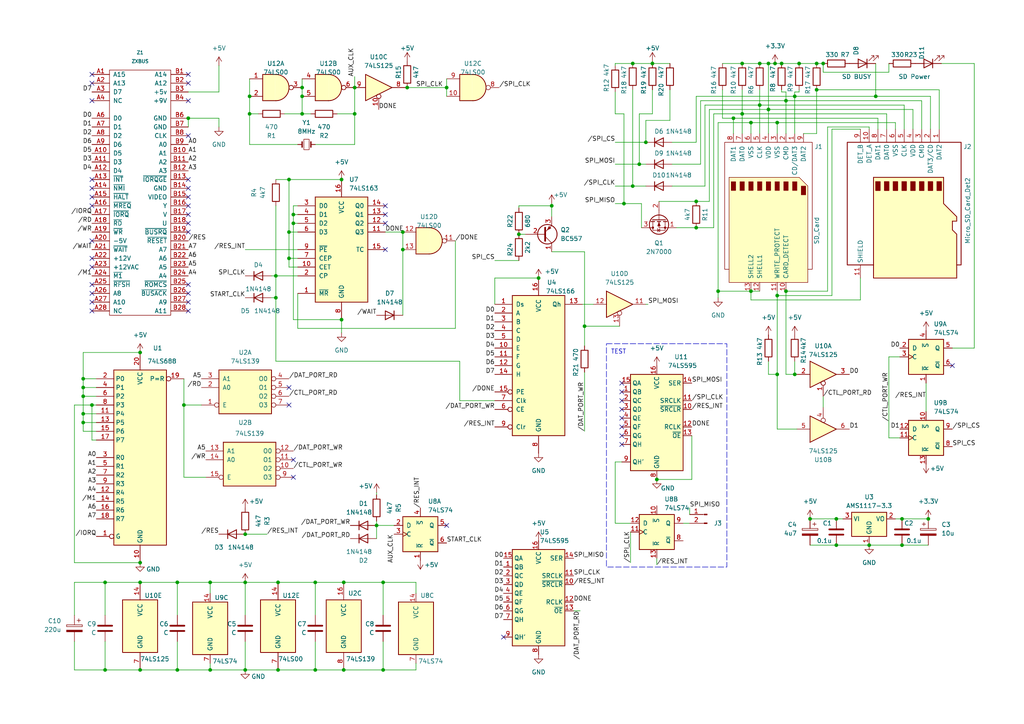
<source format=kicad_sch>
(kicad_sch (version 20230121) (generator eeschema)
  (paper "A4")
  (title_block (title "Hardware version of Z-Controller (SD Card)") (date "2024-08-21") (rev "0.2") (company "Mak7ym / 7FFD"))
  (junction (at 183.515 53.975))
  (junction (at 24.13 120.015))
  (junction (at 99.06 52.07))
  (junction (at 226.695 18.415))
  (junction (at 236.855 18.415))
  (junction (at 111.125 194.31))
  (junction (at 230.505 108.585))
  (junction (at 129.54 25.4))
  (junction (at 230.505 27.94))
  (junction (at 169.545 94.615))
  (junction (at 227.965 29.21))
  (junction (at 231.775 18.415))
  (junction (at 71.12 154.94))
  (junction (at 80.645 194.31))
  (junction (at 183.515 18.415))
  (junction (at 99.06 92.71))
  (junction (at 269.24 150.495))
  (junction (at 71.12 168.91))
  (junction (at 156.21 80.645))
  (junction (at 222.885 31.75))
  (junction (at 238.76 18.415))
  (junction (at 242.57 150.495))
  (junction (at 187.325 41.275))
  (junction (at 80.01 80.01))
  (junction (at 180.975 59.055))
  (junction (at 51.435 168.91))
  (junction (at 225.425 108.585))
  (junction (at 215.265 18.415))
  (junction (at 51.435 194.31))
  (junction (at 24.13 112.395))
  (junction (at 220.345 18.415))
  (junction (at 234.95 150.495))
  (junction (at 217.805 35.56))
  (junction (at 30.48 194.31))
  (junction (at 111.125 168.91))
  (junction (at 116.84 72.39))
  (junction (at 71.12 194.31))
  (junction (at 189.23 18.415))
  (junction (at 236.855 26.035))
  (junction (at 40.64 194.31))
  (junction (at 261.62 150.495))
  (junction (at 83.82 74.93))
  (junction (at 91.44 194.31))
  (junction (at 201.93 66.04))
  (junction (at 160.02 59.69))
  (junction (at 99.695 168.91))
  (junction (at 242.57 158.115))
  (junction (at 261.62 158.115))
  (junction (at 222.885 18.415))
  (junction (at 102.87 25.4))
  (junction (at 80.645 168.91))
  (junction (at 225.425 85.725))
  (junction (at 85.09 62.23))
  (junction (at 116.84 67.31))
  (junction (at 150.495 67.945))
  (junction (at 53.34 117.475))
  (junction (at 99.695 194.31))
  (junction (at 85.09 64.77))
  (junction (at 252.095 158.115))
  (junction (at 24.13 109.855))
  (junction (at 227.965 84.455))
  (junction (at 225.425 35.56))
  (junction (at 40.64 163.195))
  (junction (at 83.82 67.31))
  (junction (at 60.96 194.31))
  (junction (at 220.345 30.48))
  (junction (at 40.64 102.235))
  (junction (at 87.63 27.94))
  (junction (at 212.725 34.29))
  (junction (at 109.22 152.4))
  (junction (at 87.63 25.4))
  (junction (at 118.11 25.4))
  (junction (at 72.39 27.94))
  (junction (at 190.5 139.065))
  (junction (at 83.82 52.07))
  (junction (at 208.28 84.455))
  (junction (at 40.64 168.91))
  (junction (at 72.39 33.02))
  (junction (at 24.13 122.555))
  (junction (at 224.79 18.415))
  (junction (at 87.63 33.02))
  (junction (at 201.93 58.42))
  (junction (at 215.265 33.02))
  (junction (at 91.44 168.91))
  (junction (at 26.67 117.475))
  (junction (at 60.96 168.91))
  (junction (at 24.13 114.935))
  (junction (at 254 27.94))
  (junction (at 185.42 47.625))
  (junction (at 102.87 33.02))
  (junction (at 80.01 86.36))
  (junction (at 54.61 34.29))
  (junction (at 217.805 84.455))
  (junction (at 30.48 168.91))
  (no_connect (at 85.09 138.43))
  (no_connect (at 54.61 54.61))
  (no_connect (at 180.34 126.365))
  (no_connect (at 54.61 62.23))
  (no_connect (at 54.61 21.59))
  (no_connect (at 26.67 74.93))
  (no_connect (at 54.61 64.77))
  (no_connect (at 180.34 116.205))
  (no_connect (at 276.225 106.045))
  (no_connect (at 54.61 57.15))
  (no_connect (at 180.34 128.905))
  (no_connect (at 85.09 133.35))
  (no_connect (at 111.76 64.77))
  (no_connect (at 54.61 59.69))
  (no_connect (at 26.67 77.47))
  (no_connect (at 180.34 123.825))
  (no_connect (at 54.61 87.63))
  (no_connect (at 26.67 85.09))
  (no_connect (at 26.67 82.55))
  (no_connect (at 26.67 24.13))
  (no_connect (at 146.05 184.785))
  (no_connect (at 111.76 72.39))
  (no_connect (at 26.67 59.69))
  (no_connect (at 54.61 39.37))
  (no_connect (at 180.34 121.285))
  (no_connect (at 54.61 52.07))
  (no_connect (at 26.67 90.17))
  (no_connect (at 26.67 29.21))
  (no_connect (at 54.61 29.21))
  (no_connect (at 180.34 111.125))
  (no_connect (at 26.67 69.85))
  (no_connect (at 26.67 21.59))
  (no_connect (at 54.61 90.17))
  (no_connect (at 54.61 85.09))
  (no_connect (at 111.76 62.23))
  (no_connect (at 54.61 82.55))
  (no_connect (at 83.82 112.395))
  (no_connect (at 26.67 57.15))
  (no_connect (at 111.76 59.69))
  (no_connect (at 54.61 24.13))
  (no_connect (at 26.67 87.63))
  (no_connect (at 129.54 152.4))
  (no_connect (at 54.61 67.31))
  (no_connect (at 180.34 113.665))
  (no_connect (at 26.67 54.61))
  (no_connect (at 26.67 52.07))
  (no_connect (at 83.82 117.475))
  (no_connect (at 180.34 118.745))
  (wire (pts (xy 120.65 194.31) (xy 111.125 194.31)))
  (wire (pts (xy 169.545 107.95) (xy 169.545 125.095)))
  (wire (pts (xy 63.5 19.05) (xy 63.5 26.67)))
  (wire (pts (xy 208.28 84.455) (xy 208.28 35.56)))
  (wire (pts (xy 226.695 18.415) (xy 231.775 18.415)))
  (wire (pts (xy 60.96 194.31) (xy 71.12 194.31)))
  (wire (pts (xy 178.435 19.05) (xy 178.435 18.415)))
  (wire (pts (xy 80.645 194.31) (xy 91.44 194.31)))
  (wire (pts (xy 198.12 151.765) (xy 200.025 151.765)))
  (wire (pts (xy 207.01 33.02) (xy 215.265 33.02)))
  (wire (pts (xy 225.425 85.725) (xy 225.425 108.585)))
  (wire (pts (xy 53.34 117.475) (xy 58.42 117.475)))
  (wire (pts (xy 204.47 30.48) (xy 220.345 30.48)))
  (wire (pts (xy 217.805 84.455) (xy 220.345 84.455)))
  (wire (pts (xy 80.645 168.91) (xy 91.44 168.91)))
  (wire (pts (xy 230.505 27.94) (xy 230.505 38.735)))
  (wire (pts (xy 254.635 34.29) (xy 212.725 34.29)))
  (wire (pts (xy 150.495 59.69) (xy 160.02 59.69)))
  (wire (pts (xy 102.87 25.4) (xy 102.87 33.02)))
  (wire (pts (xy 86.36 59.69) (xy 85.09 59.69)))
  (wire (pts (xy 129.54 22.86) (xy 129.54 25.4)))
  (wire (pts (xy 201.93 58.42) (xy 205.74 58.42)))
  (wire (pts (xy 200.66 139.065) (xy 190.5 139.065)))
  (wire (pts (xy 102.87 25.4) (xy 102.235 25.4)))
  (wire (pts (xy 111.125 186.055) (xy 111.125 194.31)))
  (wire (pts (xy 187.96 88.265) (xy 187.325 88.265)))
  (wire (pts (xy 222.885 18.415) (xy 224.79 18.415)))
  (wire (pts (xy 71.12 168.91) (xy 80.645 168.91)))
  (wire (pts (xy 261.62 150.495) (xy 269.24 150.495)))
  (wire (pts (xy 185.42 47.625) (xy 187.325 47.625)))
  (wire (pts (xy 99.06 92.71) (xy 99.06 96.52)))
  (wire (pts (xy 282.575 18.415) (xy 282.575 100.965)))
  (wire (pts (xy 54.61 34.29) (xy 54.61 36.83)))
  (wire (pts (xy 178.435 47.625) (xy 185.42 47.625)))
  (wire (pts (xy 236.855 18.415) (xy 238.76 18.415)))
  (wire (pts (xy 241.3 85.725) (xy 225.425 85.725)))
  (wire (pts (xy 215.265 33.02) (xy 257.175 33.02)))
  (wire (pts (xy 238.76 118.11) (xy 238.76 114.935)))
  (wire (pts (xy 252.095 37.465) (xy 252.095 36.83)))
  (wire (pts (xy 209.55 26.035) (xy 209.55 34.29)))
  (wire (pts (xy 220.345 26.035) (xy 220.345 30.48)))
  (wire (pts (xy 116.84 67.31) (xy 116.84 72.39)))
  (wire (pts (xy 169.545 73.025) (xy 169.545 94.615)))
  (wire (pts (xy 78.74 80.01) (xy 80.01 80.01)))
  (wire (pts (xy 27.94 114.935) (xy 24.13 114.935)))
  (wire (pts (xy 59.69 138.43) (xy 53.34 138.43)))
  (wire (pts (xy 227.965 84.455) (xy 240.03 84.455)))
  (wire (pts (xy 129.54 25.4) (xy 129.54 27.94)))
  (wire (pts (xy 53.34 117.475) (xy 53.34 138.43)))
  (wire (pts (xy 111.76 67.31) (xy 116.84 67.31)))
  (wire (pts (xy 257.81 127) (xy 260.985 127)))
  (wire (pts (xy 99.06 92.71) (xy 85.09 92.71)))
  (wire (pts (xy 180.34 133.985) (xy 178.435 133.985)))
  (wire (pts (xy 208.28 35.56) (xy 217.805 35.56)))
  (wire (pts (xy 201.93 41.275) (xy 201.93 27.94)))
  (wire (pts (xy 71.12 194.31) (xy 80.645 194.31)))
  (wire (pts (xy 27.94 109.855) (xy 24.13 109.855)))
  (wire (pts (xy 257.175 33.02) (xy 257.175 37.465)))
  (wire (pts (xy 236.855 26.035) (xy 272.415 26.035)))
  (wire (pts (xy 21.59 168.91) (xy 30.48 168.91)))
  (wire (pts (xy 63.5 26.67) (xy 54.61 26.67)))
  (wire (pts (xy 225.425 35.56) (xy 217.805 35.56)))
  (wire (pts (xy 80.01 52.07) (xy 83.82 52.07)))
  (wire (pts (xy 72.39 22.86) (xy 72.39 27.94)))
  (wire (pts (xy 178.435 53.975) (xy 183.515 53.975)))
  (wire (pts (xy 257.81 103.505) (xy 260.985 103.505)))
  (wire (pts (xy 120.65 172.085) (xy 120.65 168.91)))
  (wire (pts (xy 264.795 37.465) (xy 264.795 31.75)))
  (wire (pts (xy 261.62 158.115) (xy 269.24 158.115)))
  (wire (pts (xy 187.325 34.925) (xy 187.325 41.275)))
  (wire (pts (xy 230.505 27.94) (xy 254 27.94)))
  (wire (pts (xy 185.42 33.02) (xy 185.42 47.625)))
  (wire (pts (xy 86.36 64.77) (xy 85.09 64.77)))
  (wire (pts (xy 203.2 29.21) (xy 227.965 29.21)))
  (wire (pts (xy 160.02 59.69) (xy 160.02 59.055)))
  (wire (pts (xy 204.47 53.975) (xy 204.47 30.48)))
  (wire (pts (xy 236.855 38.735) (xy 236.855 26.035)))
  (wire (pts (xy 71.12 168.91) (xy 71.12 178.435)))
  (wire (pts (xy 194.31 34.925) (xy 187.325 34.925)))
  (wire (pts (xy 264.795 31.75) (xy 222.885 31.75)))
  (wire (pts (xy 178.435 18.415) (xy 183.515 18.415)))
  (wire (pts (xy 231.775 26.67) (xy 230.505 26.67)))
  (wire (pts (xy 178.435 133.985) (xy 178.435 151.765)))
  (wire (pts (xy 241.3 37.465) (xy 241.3 85.725)))
  (wire (pts (xy 217.805 86.995) (xy 217.805 84.455)))
  (wire (pts (xy 231.775 18.415) (xy 236.855 18.415)))
  (wire (pts (xy 24.13 122.555) (xy 24.13 120.015)))
  (wire (pts (xy 222.885 31.75) (xy 222.885 38.735)))
  (wire (pts (xy 91.44 186.055) (xy 91.44 194.31)))
  (wire (pts (xy 60.96 168.91) (xy 71.12 168.91)))
  (wire (pts (xy 21.59 117.475) (xy 26.67 117.475)))
  (wire (pts (xy 83.82 52.07) (xy 99.06 52.07)))
  (wire (pts (xy 215.265 33.02) (xy 215.265 38.735)))
  (wire (pts (xy 257.81 18.415) (xy 257.81 20.955)))
  (wire (pts (xy 220.345 18.415) (xy 222.885 18.415)))
  (wire (pts (xy 111.125 178.435) (xy 111.125 168.91)))
  (wire (pts (xy 85.09 59.69) (xy 85.09 62.23)))
  (wire (pts (xy 189.23 33.02) (xy 185.42 33.02)))
  (wire (pts (xy 257.81 20.955) (xy 238.76 20.955)))
  (wire (pts (xy 132.08 69.85) (xy 132.08 95.25)))
  (wire (pts (xy 168.91 88.265) (xy 172.085 88.265)))
  (wire (pts (xy 183.515 26.035) (xy 183.515 53.975)))
  (wire (pts (xy 86.36 77.47) (xy 83.82 77.47)))
  (wire (pts (xy 215.265 26.035) (xy 215.265 33.02)))
  (wire (pts (xy 194.31 26.035) (xy 194.31 34.925)))
  (wire (pts (xy 30.48 168.91) (xy 30.48 178.435)))
  (wire (pts (xy 230.505 104.775) (xy 230.505 108.585)))
  (wire (pts (xy 190.5 161.925) (xy 190.5 163.83)))
  (wire (pts (xy 212.725 34.29) (xy 212.725 38.735)))
  (wire (pts (xy 224.79 18.415) (xy 226.695 18.415)))
  (wire (pts (xy 71.12 154.94) (xy 77.47 154.94)))
  (wire (pts (xy 200.66 126.365) (xy 200.66 139.065)))
  (wire (pts (xy 227.965 108.585) (xy 230.505 108.585)))
  (wire (pts (xy 234.95 158.115) (xy 242.57 158.115)))
  (wire (pts (xy 189.23 17.78) (xy 189.23 18.415)))
  (wire (pts (xy 242.57 158.115) (xy 252.095 158.115)))
  (wire (pts (xy 183.515 53.975) (xy 187.325 53.975)))
  (wire (pts (xy 143.51 75.565) (xy 150.495 75.565)))
  (wire (pts (xy 21.59 186.055) (xy 21.59 194.31)))
  (wire (pts (xy 40.64 194.31) (xy 51.435 194.31)))
  (wire (pts (xy 21.59 178.435) (xy 21.59 168.91)))
  (wire (pts (xy 178.435 59.055) (xy 180.975 59.055)))
  (wire (pts (xy 207.01 66.04) (xy 207.01 33.02)))
  (wire (pts (xy 83.82 52.07) (xy 83.82 67.31)))
  (wire (pts (xy 91.44 168.91) (xy 99.695 168.91)))
  (wire (pts (xy 87.63 22.86) (xy 87.63 25.4)))
  (wire (pts (xy 30.48 168.91) (xy 40.64 168.91)))
  (wire (pts (xy 194.945 47.625) (xy 203.2 47.625)))
  (wire (pts (xy 83.82 74.93) (xy 86.36 74.93)))
  (wire (pts (xy 227.965 26.67) (xy 227.965 29.21)))
  (wire (pts (xy 117.475 25.4) (xy 118.11 25.4)))
  (wire (pts (xy 259.715 150.495) (xy 261.62 150.495)))
  (wire (pts (xy 24.13 102.235) (xy 24.13 109.855)))
  (wire (pts (xy 220.345 30.48) (xy 220.345 38.735)))
  (wire (pts (xy 225.425 84.455) (xy 225.425 85.725)))
  (wire (pts (xy 178.435 151.765) (xy 182.88 151.765)))
  (wire (pts (xy 80.01 59.69) (xy 80.01 80.01)))
  (wire (pts (xy 91.44 194.31) (xy 99.695 194.31)))
  (wire (pts (xy 86.36 41.91) (xy 72.39 41.91)))
  (wire (pts (xy 254.635 37.465) (xy 254.635 34.29)))
  (wire (pts (xy 40.64 168.91) (xy 51.435 168.91)))
  (wire (pts (xy 178.435 33.02) (xy 180.975 33.02)))
  (wire (pts (xy 63.5 34.29) (xy 54.61 34.29)))
  (wire (pts (xy 30.48 194.31) (xy 40.64 194.31)))
  (wire (pts (xy 26.67 127.635) (xy 27.94 127.635)))
  (wire (pts (xy 203.2 47.625) (xy 203.2 29.21)))
  (wire (pts (xy 267.335 37.465) (xy 267.335 29.21)))
  (wire (pts (xy 102.87 33.02) (xy 97.79 33.02)))
  (wire (pts (xy 120.65 168.91) (xy 111.125 168.91)))
  (wire (pts (xy 259.715 35.56) (xy 225.425 35.56)))
  (wire (pts (xy 51.435 186.055) (xy 51.435 194.31)))
  (wire (pts (xy 133.35 116.205) (xy 133.35 104.775)))
  (wire (pts (xy 234.95 150.495) (xy 242.57 150.495)))
  (wire (pts (xy 169.545 100.33) (xy 169.545 94.615)))
  (wire (pts (xy 143.51 80.645) (xy 156.21 80.645)))
  (wire (pts (xy 51.435 194.31) (xy 60.96 194.31)))
  (wire (pts (xy 273.05 18.415) (xy 282.575 18.415)))
  (wire (pts (xy 209.55 18.415) (xy 215.265 18.415)))
  (wire (pts (xy 30.48 186.055) (xy 30.48 194.31)))
  (wire (pts (xy 109.22 142.875) (xy 109.22 143.51)))
  (wire (pts (xy 27.94 112.395) (xy 24.13 112.395)))
  (wire (pts (xy 109.22 152.4) (xy 114.3 152.4)))
  (wire (pts (xy 242.57 150.495) (xy 244.475 150.495)))
  (wire (pts (xy 225.425 38.735) (xy 225.425 35.56)))
  (wire (pts (xy 27.94 125.095) (xy 24.13 125.095)))
  (wire (pts (xy 233.045 38.735) (xy 236.855 38.735)))
  (wire (pts (xy 118.11 25.4) (xy 129.54 25.4)))
  (wire (pts (xy 196.215 66.04) (xy 201.93 66.04)))
  (wire (pts (xy 83.82 74.93) (xy 83.82 67.31)))
  (wire (pts (xy 63.5 36.83) (xy 63.5 34.29)))
  (wire (pts (xy 225.425 124.46) (xy 231.14 124.46)))
  (wire (pts (xy 72.39 33.02) (xy 74.93 33.02)))
  (wire (pts (xy 143.51 116.205) (xy 133.35 116.205)))
  (wire (pts (xy 102.87 41.91) (xy 102.87 33.02)))
  (wire (pts (xy 85.09 92.71) (xy 85.09 64.77)))
  (wire (pts (xy 109.22 152.4) (xy 109.22 156.21)))
  (wire (pts (xy 72.39 27.94) (xy 72.39 33.02)))
  (wire (pts (xy 160.02 59.69) (xy 160.02 62.865)))
  (wire (pts (xy 72.39 41.91) (xy 72.39 33.02)))
  (wire (pts (xy 200.025 147.32) (xy 200.025 149.225)))
  (wire (pts (xy 238.76 18.415) (xy 238.76 20.955)))
  (wire (pts (xy 78.74 86.36) (xy 80.01 86.36)))
  (wire (pts (xy 231.775 26.035) (xy 231.775 26.67)))
  (wire (pts (xy 85.09 64.77) (xy 85.09 62.23)))
  (wire (pts (xy 282.575 100.965) (xy 276.225 100.965)))
  (wire (pts (xy 80.01 104.775) (xy 80.01 86.36)))
  (wire (pts (xy 257.81 103.505) (xy 257.81 127)))
  (wire (pts (xy 252.095 36.83) (xy 240.03 36.83)))
  (wire (pts (xy 24.13 125.095) (xy 24.13 122.555)))
  (wire (pts (xy 209.55 34.29) (xy 212.725 34.29)))
  (wire (pts (xy 194.945 41.275) (xy 201.93 41.275)))
  (wire (pts (xy 83.82 77.47) (xy 83.82 74.93)))
  (wire (pts (xy 87.63 25.4) (xy 87.63 27.94)))
  (wire (pts (xy 111.125 168.91) (xy 99.695 168.91)))
  (wire (pts (xy 91.44 168.91) (xy 91.44 178.435)))
  (wire (pts (xy 150.495 60.325) (xy 150.495 59.69)))
  (wire (pts (xy 205.74 58.42) (xy 205.74 31.75)))
  (wire (pts (xy 51.435 168.91) (xy 60.96 168.91)))
  (wire (pts (xy 226.695 26.67) (xy 227.965 26.67)))
  (wire (pts (xy 240.03 36.83) (xy 240.03 84.455)))
  (wire (pts (xy 180.975 59.055) (xy 186.055 59.055)))
  (wire (pts (xy 259.715 37.465) (xy 259.715 35.56)))
  (wire (pts (xy 51.435 168.91) (xy 51.435 178.435)))
  (wire (pts (xy 215.265 18.415) (xy 220.345 18.415)))
  (wire (pts (xy 230.505 26.67) (xy 230.505 27.94)))
  (wire (pts (xy 254 27.94) (xy 269.875 27.94)))
  (wire (pts (xy 180.975 33.02) (xy 180.975 59.055)))
  (wire (pts (xy 201.93 66.04) (xy 207.01 66.04)))
  (wire (pts (xy 169.545 94.615) (xy 179.705 94.615)))
  (wire (pts (xy 24.13 120.015) (xy 27.94 120.015)))
  (wire (pts (xy 262.255 37.465) (xy 262.255 30.48)))
  (wire (pts (xy 40.64 102.235) (xy 24.13 102.235)))
  (wire (pts (xy 109.22 151.13) (xy 109.22 152.4)))
  (wire (pts (xy 183.515 18.415) (xy 189.23 18.415)))
  (wire (pts (xy 191.135 58.42) (xy 201.93 58.42)))
  (wire (pts (xy 249.555 37.465) (xy 241.3 37.465)))
  (wire (pts (xy 230.505 108.585) (xy 231.14 108.585)))
  (wire (pts (xy 208.28 84.455) (xy 217.805 84.455)))
  (wire (pts (xy 24.13 112.395) (xy 24.13 114.935)))
  (wire (pts (xy 71.12 72.39) (xy 86.36 72.39)))
  (wire (pts (xy 53.34 109.855) (xy 53.34 117.475)))
  (wire (pts (xy 24.13 122.555) (xy 27.94 122.555)))
  (wire (pts (xy 186.055 59.055) (xy 186.055 66.04)))
  (wire (pts (xy 91.44 41.91) (xy 102.87 41.91)))
  (wire (pts (xy 178.435 41.275) (xy 187.325 41.275)))
  (wire (pts (xy 222.885 18.415) (xy 222.885 31.75)))
  (wire (pts (xy 24.13 114.935) (xy 24.13 120.015)))
  (wire (pts (xy 116.84 91.44) (xy 116.84 72.39)))
  (wire (pts (xy 60.96 172.085) (xy 60.96 168.91)))
  (wire (pts (xy 249.555 86.995) (xy 217.805 86.995)))
  (wire (pts (xy 217.805 35.56) (xy 217.805 38.735)))
  (wire (pts (xy 102.87 22.225) (xy 102.87 25.4)))
  (wire (pts (xy 26.67 117.475) (xy 26.67 127.635)))
  (wire (pts (xy 87.63 33.02) (xy 90.17 33.02)))
  (wire (pts (xy 87.63 27.94) (xy 87.63 33.02)))
  (wire (pts (xy 80.01 86.36) (xy 80.01 80.01)))
  (wire (pts (xy 189.23 26.035) (xy 189.23 33.02)))
  (wire (pts (xy 194.945 53.975) (xy 204.47 53.975)))
  (wire (pts (xy 24.13 109.855) (xy 24.13 112.395)))
  (wire (pts (xy 262.255 30.48) (xy 220.345 30.48)))
  (wire (pts (xy 27.94 117.475) (xy 26.67 117.475)))
  (wire (pts (xy 80.01 80.01) (xy 86.36 80.01)))
  (wire (pts (xy 208.28 86.36) (xy 208.28 84.455)))
  (wire (pts (xy 272.415 26.035) (xy 272.415 37.465)))
  (wire (pts (xy 225.425 108.585) (xy 225.425 124.46)))
  (wire (pts (xy 226.695 26.035) (xy 226.695 26.67)))
  (wire (pts (xy 160.02 73.025) (xy 169.545 73.025)))
  (wire (pts (xy 132.08 95.25) (xy 86.36 95.25)))
  (wire (pts (xy 111.125 194.31) (xy 99.695 194.31)))
  (wire (pts (xy 168.275 177.165) (xy 166.37 177.165)))
  (wire (pts (xy 222.885 108.585) (xy 222.885 104.775)))
  (wire (pts (xy 60.96 192.405) (xy 60.96 194.31)))
  (wire (pts (xy 201.93 27.94) (xy 230.505 27.94)))
  (wire (pts (xy 249.555 80.645) (xy 249.555 86.995)))
  (wire (pts (xy 85.09 62.23) (xy 86.36 62.23)))
  (wire (pts (xy 267.335 29.21) (xy 227.965 29.21)))
  (wire (pts (xy 86.36 67.31) (xy 83.82 67.31)))
  (wire (pts (xy 189.23 18.415) (xy 194.31 18.415)))
  (wire (pts (xy 222.885 108.585) (xy 225.425 108.585)))
  (wire (pts (xy 205.74 31.75) (xy 222.885 31.75)))
  (wire (pts (xy 252.095 158.115) (xy 261.62 158.115)))
  (wire (pts (xy 269.875 27.94) (xy 269.875 37.465)))
  (wire (pts (xy 71.12 186.055) (xy 71.12 194.31)))
  (wire (pts (xy 227.965 29.21) (xy 227.965 38.735)))
  (wire (pts (xy 82.55 33.02) (xy 87.63 33.02)))
  (wire (pts (xy 21.59 194.31) (xy 30.48 194.31)))
  (wire (pts (xy 21.59 163.195) (xy 21.59 117.475)))
  (wire (pts (xy 150.495 67.945) (xy 152.4 67.945)))
  (wire (pts (xy 133.35 104.775) (xy 80.01 104.775)))
  (wire (pts (xy 182.88 154.305) (xy 182.88 163.195)))
  (wire (pts (xy 86.36 95.25) (xy 86.36 85.09)))
  (wire (pts (xy 143.51 88.265) (xy 143.51 80.645)))
  (wire (pts (xy 40.64 163.195) (xy 21.59 163.195)))
  (wire (pts (xy 254 18.415) (xy 254 27.94)))
  (wire (pts (xy 178.435 26.67) (xy 178.435 33.02)))
  (wire (pts (xy 227.965 84.455) (xy 227.965 108.585)))
  (wire (pts (xy 120.65 192.405) (xy 120.65 194.31)))
  (wire (pts (xy 268.605 111.125) (xy 268.605 119.38)))
  (rectangle (start 175.895 99.695) (end 210.82 164.465) (stroke (width 0) (type dash)))
  (text "TEST" (at 177.165 102.87 0) (effects (font (size 1.27 1.27)) (justify left bottom)))
  (label "{slash}DAT_PORT_RD" (at 83.82 109.855 0))
  (label "SPI_MISO" (at 166.37 161.925 0))
  (label "SPI_MOSI" (at 187.96 88.265 0))
  (label "D0" (at 260.985 100.965 180))
  (label "SPI_CS" (at 276.225 129.54 0))
  (label "A5" (at 54.61 77.47 0))
  (label "SPI_MISO" (at 178.435 59.055 180))
  (label "D4" (at 26.67 49.53 180))
  (label "{slash}RES_INT" (at 166.37 169.545 0))
  (label "D4" (at 146.05 172.085 180))
  (label "{slash}RES_INT" (at 71.12 72.39 180))
  (label "D1" (at 146.05 164.465 180))
  (label "{slash}IORQ" (at 26.67 62.23 180))
  (label "D7" (at 26.67 26.67 180))
  (label "A5" (at 58.42 109.855 180))
  (label "A1" (at 27.94 135.255 180))
  (label "D1" (at 26.67 36.83 180))
  (label "{slash}DAT_PORT_RD" (at 168.275 177.165 270))
  (label "{slash}RES_INT" (at 200.66 118.745 0))
  (label "D4" (at 143.51 100.965 180))
  (label "D2" (at 143.51 95.885 180))
  (label "D0" (at 26.67 34.29 180))
  (label "{slash}M1" (at 27.94 145.415 180))
  (label "DONE" (at 111.76 67.31 0))
  (label "{slash}RES" (at 63.5 154.94 180))
  (label "A3" (at 27.94 140.335 180))
  (label "A0" (at 27.94 132.715 180))
  (label "D0" (at 143.51 90.805 180))
  (label "D7" (at 143.51 108.585 180))
  (label "{slash}RES_INT" (at 143.51 123.825 180))
  (label "D6" (at 143.51 106.045 180))
  (label "D2" (at 26.67 39.37 180))
  (label "{slash}DAT_PORT_WR" (at 143.51 118.745 180))
  (label "{slash}WAIT" (at 109.22 91.44 180))
  (label "{slash}WR" (at 59.69 133.35 180))
  (label "D1" (at 260.985 124.46 180))
  (label "{slash}DAT_PORT_RD" (at 101.6 156.21 180))
  (label "{slash}DONE" (at 132.08 69.85 0))
  (label "D1" (at 143.51 93.345 180))
  (label "{slash}RES_INT" (at 121.92 147.32 90))
  (label "{slash}RES_INT" (at 268.605 115.57 180))
  (label "DONE" (at 200.66 123.825 0))
  (label "SPI_MOSI" (at 200.66 111.125 0))
  (label "A6" (at 27.94 147.955 180))
  (label "D0" (at 246.38 108.585 0))
  (label "{slash}DONE" (at 143.51 113.665 180))
  (label "D6" (at 146.05 177.165 180))
  (label "D3" (at 146.05 169.545 180))
  (label "A7" (at 54.61 72.39 0))
  (label "{slash}WR" (at 26.67 67.31 180))
  (label "D5" (at 26.67 44.45 180))
  (label "{slash}CTL_PORT_RD" (at 238.76 114.935 0))
  (label "{slash}SPI_CS" (at 178.435 41.275 180))
  (label "{slash}CTL_PORT_WR" (at 85.09 135.89 0))
  (label "{slash}IORQ" (at 27.94 155.575 180))
  (label "SPI_CLK" (at 166.37 167.005 0))
  (label "{slash}CTL_PORT_RD" (at 83.82 114.935 0))
  (label "D6" (at 26.67 41.91 180))
  (label "D2" (at 146.05 167.005 180))
  (label "A0" (at 54.61 41.91 0))
  (label "{slash}RD" (at 26.67 64.77 180))
  (label "A6" (at 54.61 74.93 0))
  (label "AUX_CLK" (at 114.3 154.94 270))
  (label "A5" (at 59.69 130.81 180))
  (label "DONE" (at 166.37 174.625 0))
  (label "{slash}SPI_CS" (at 276.225 124.46 0))
  (label "D3" (at 26.67 46.99 180))
  (label "{slash}M1" (at 26.67 80.01 180))
  (label "A3" (at 54.61 49.53 0))
  (label "{slash}DAT_PORT_WR" (at 101.6 152.4 180))
  (label "{slash}SPI_CLK" (at 144.78 25.4 0))
  (label "A2" (at 54.61 46.99 0))
  (label "{slash}SPI_CLK" (at 178.435 53.975 180))
  (label "SPI_MOSI" (at 178.435 47.625 180))
  (label "{slash}CTL_PORT_WR" (at 257.81 107.95 270))
  (label "D5" (at 143.51 103.505 180))
  (label "AUX_CLK" (at 102.87 22.225 90))
  (label "{slash}RES_INT" (at 77.47 154.94 0))
  (label "SPI_CLK" (at 71.12 80.01 180))
  (label "A4" (at 54.61 80.01 0))
  (label "D7" (at 146.05 179.705 180))
  (label "START_CLK" (at 129.54 157.48 0))
  (label "DONE" (at 109.855 31.75 0))
  (label "{slash}RES" (at 54.61 69.85 0))
  (label "D1" (at 246.38 124.46 0))
  (label "A1" (at 54.61 44.45 0))
  (label "SPI_MISO" (at 200.025 147.32 0))
  (label "A7" (at 27.94 150.495 180))
  (label "{slash}SPI_CLK" (at 200.66 116.205 0))
  (label "{slash}DAT_PORT_WR" (at 85.09 130.81 0))
  (label "SPI_CLK" (at 120.65 25.4 0))
  (label "{slash}DAT_PORT_WR" (at 169.545 125.095 90))
  (label "{slash}SPI_CLK" (at 182.88 163.195 90))
  (label "D5" (at 146.05 174.625 180))
  (label "A4" (at 27.94 142.875 180))
  (label "A2" (at 27.94 137.795 180))
  (label "{slash}RD" (at 58.42 112.395 180))
  (label "{slash}WAIT" (at 26.67 72.39 180))
  (label "START_CLK" (at 71.12 86.36 180))
  (label "SPI_CS" (at 143.51 75.565 180))
  (label "D3" (at 143.51 98.425 180))
  (label "{slash}RES_INT" (at 190.5 163.83 0))
  (label "D0" (at 146.05 161.925 180))
  (symbol (lib_id "Connector:Conn_01x02_Pin") (at 205.105 149.225 0) (mirror y) (unit 1)
    (property "Reference" "J3" (at 207.01 151.765 0) (effects (justify right)))
    (property "Value" "Conn_01x02_Pin" (effects hide))
  )
  (symbol (lib_id "power:GND") (at 63.5 36.83 0) (unit 1)
    (property "Reference" "#PWR02" (effects hide))
    (property "Value" "GND" (at 63.5 41.91 0))
  )
  (symbol (lib_id "Transistor_BJT:BC558") (at 157.48 67.945 0) (mirror x) (unit 1)
    (property "Reference" "Q2" (at 162.56 66.675 0) (effects (justify left)))
    (property "Value" "BC557" (at 162.56 69.215 0) (effects (justify left)))
    (property "Footprint" "Package_TO_SOT_THT:TO-92_Inline" (effects hide))
    (property "Datasheet" "https://www.onsemi.com/pub/Collateral/BC556BTA-D.pdf" (effects hide))
  )
  (symbol (lib_id "74xx:74LS125") (at 238.76 108.585 0) (unit 1)
    (property "Reference" "U10" (at 238.76 100.33 0))
    (property "Value" "74LS125" (at 238.76 102.87 0))
    (property "Datasheet" "http://www.ti.com/lit/gpn/sn74LS125" (effects hide))
  )
  (symbol (lib_id "74xx:74LS00") (at 124.46 69.85 0) (unit 4)
    (property "Reference" "U12" (at 124.4517 62.865 0))
    (property "Value" "74LS00" (at 124.4517 65.405 0))
    (property "Datasheet" "http://www.ti.com/lit/gpn/sn74ls00" (effects hide))
  )
  (symbol (lib_id "Connector:Micro_SD_Card_Det2") (at 262.255 60.325 270) (unit 1)
    (property "Reference" "J2" (at 279.4 42.545 90) (effects (justify left)))
    (property "Value" "Micro_SD_Card_Det2" (at 280.67 51.435 0) (effects (justify left)))
    (property "Datasheet" "https://www.hirose.com/en/product/document?clcode=&productname=&series=DM3&documenttype=Catalog&lang=en&documentid=D49662_en" (effects hide))
  )
  (symbol (lib_id "power:GND") (at 208.28 86.36 0) (unit 1)
    (property "Reference" "#PWR05" (effects hide))
    (property "Value" "GND" (at 208.28 91.44 0))
  )
  (symbol (lib_id "Device:R") (at 189.23 22.225 0) (mirror x) (unit 1)
    (property "Reference" "R19" (at 186.69 25.4 90))
    (property "Value" "4k7" (at 186.69 20.955 90))
  )
  (symbol (lib_id "74xx:74LS125") (at 238.76 124.46 0) (mirror x) (unit 2)
    (property "Reference" "U10" (at 238.76 133.35 0))
    (property "Value" "74LS125" (at 238.76 130.81 0))
    (property "Datasheet" "http://www.ti.com/lit/gpn/sn74LS125" (effects hide))
  )
  (symbol (lib_id "Device:R") (at 222.885 100.965 0) (mirror x) (unit 1)
    (property "Reference" "R13" (at 220.345 104.14 90))
    (property "Value" "4k7" (at 220.345 99.695 90))
  )
  (symbol (lib_id "Diode:1N4148") (at 105.41 152.4 0) (mirror x) (unit 1)
    (property "Reference" "D1" (at 105.41 146.05 0))
    (property "Value" "1N4148" (at 104.14 148.59 0))
    (property "Footprint" "Diode_THT:D_DO-35_SOD27_P7.62mm_Horizontal" (effects hide))
    (property "Datasheet" "https://assets.nexperia.com/documents/data-sheet/1N4148_1N4448.pdf" (effects hide))
    (property "Sim.Device" "D" (effects hide))
    (property "Sim.Pins" "1=K 2=A" (effects hide))
  )
  (symbol (lib_id "Connector:SD_Card") (at 222.885 61.595 270) (unit 1)
    (property "Reference" "J1" (at 236.22 42.545 90) (effects (justify left)))
    (property "Value" "SD_Card" (at 236.855 62.865 0) (effects (justify left)))
    (property "Datasheet" "http://portal.fciconnect.com/Comergent//fci/drawing/10067847.pdf" (effects hide))
  )
  (symbol (lib_id "Device:R") (at 194.31 22.225 0) (mirror x) (unit 1)
    (property "Reference" "R20" (at 191.77 26.035 90))
    (property "Value" "4k7" (at 191.77 20.955 90))
  )
  (symbol (lib_id "Device:R") (at 118.11 21.59 180) (unit 1)
    (property "Reference" "R15" (at 115.57 20.955 90))
    (property "Value" "4k7" (at 120.65 20.955 90))
  )
  (symbol (lib_id "power:GND") (at 252.095 158.115 0) (unit 1)
    (property "Reference" "#PWR016" (effects hide))
    (property "Value" "GND" (at 252.095 163.195 0))
  )
  (symbol (lib_id "Diode:1N4148") (at 191.135 41.275 0) (unit 1)
    (property "Reference" "D6" (at 191.135 38.1 0))
    (property "Value" "1N4148" (at 196.85 38.1 0))
    (property "Footprint" "Diode_THT:D_DO-35_SOD27_P7.62mm_Horizontal" (effects hide))
    (property "Datasheet" "https://assets.nexperia.com/documents/data-sheet/1N4148_1N4448.pdf" (effects hide))
    (property "Sim.Device" "D" (effects hide))
    (property "Sim.Pins" "1=K 2=A" (effects hide))
  )
  (symbol (lib_id "power:GND") (at 156.21 189.865 0) (unit 1)
    (property "Reference" "#PWR08" (effects hide))
    (property "Value" "GND" (at 156.21 194.945 0))
  )
  (symbol (lib_id "Device:LED") (at 269.24 18.415 180) (unit 1)
    (property "Reference" "D11" (at 267.335 13.335 90) (effects (justify left)))
    (property "Value" "SD Power" (at 269.875 22.225 0) (effects (justify left)))
  )
  (symbol (lib_id "74xx:74LS166") (at 156.21 106.045 0) (unit 1)
    (property "Reference" "U4" (at 160.02 81.915 0))
    (property "Value" "74LS166" (at 162.56 84.455 0))
    (property "Datasheet" "http://www.ti.com/lit/gpn/sn74LS166" (effects hide))
  )
  (symbol (lib_id "ZXBUS:ZXBUS") (at 31.75 102.87 0) (unit 1)
    (property "Reference" "Z1" (at 40.64 15.24 0) (effects (font (size 0.9906 0.9906))))
    (property "Value" "ZXBUS" (at 40.64 17.78 0) (effects (font (size 0.9906 0.9906))))
  )
  (symbol (lib_id "Device:R") (at 242.57 18.415 90) (mirror x) (unit 1)
    (property "Reference" "R7" (at 245.11 15.875 90))
    (property "Value" "330" (at 241.3 15.875 90))
  )
  (symbol (lib_id "74xx:74LS688") (at 40.64 132.715 0) (unit 1)
    (property "Reference" "U1" (at 45.72 100.965 0))
    (property "Value" "74LS688" (at 46.99 104.775 0))
    (property "Datasheet" "http://www.ti.com/lit/gpn/sn74LS688" (effects hide))
  )
  (symbol (lib_id "power:GND") (at 71.12 194.31 0) (unit 1)
    (property "Reference" "#PWR024" (effects hide))
    (property "Value" "GND" (at 74.93 196.215 0))
  )
  (symbol (lib_id "Device:C") (at 51.435 182.245 0) (unit 1)
    (property "Reference" "C6" (at 48.895 180.975 0) (effects (justify right)))
    (property "Value" "C" (at 48.895 183.515 0) (effects (justify right)))
  )
  (symbol (lib_id "74xx:74LS74") (at 190.5 154.305 0) (unit 2)
    (property "Reference" "U8" (at 192.6941 144.78 0) (effects (justify left)))
    (property "Value" "74LS74" (at 192.6941 147.32 0) (effects (justify left)))
    (property "Footprint" "Connector_Card:SD_Hirose_DM1AA_SF_PEJ82" (effects hide))
    (property "Datasheet" "74xx/74hc_hct74.pdf" (effects hide))
  )
  (symbol (lib_id "power:+5V") (at 40.64 102.235 0) (unit 1)
    (property "Reference" "#PWR04" (effects hide))
    (property "Value" "+5V" (at 40.64 97.155 0))
  )
  (symbol (lib_id "power:+5V") (at 118.11 17.78 0) (unit 1)
    (property "Reference" "#PWR025" (effects hide))
    (property "Value" "+5V" (at 118.11 13.97 0))
  )
  (symbol (lib_id "Device:C") (at 71.12 182.245 0) (unit 1)
    (property "Reference" "C5" (at 68.58 180.975 0) (effects (justify right)))
    (property "Value" "C" (at 68.58 183.515 0) (effects (justify right)))
  )
  (symbol (lib_id "Device:R") (at 169.545 104.14 0) (mirror x) (unit 1)
    (property "Reference" "R21" (at 167.005 107.315 90))
    (property "Value" "470" (at 167.005 102.87 90))
  )
  (symbol (lib_id "power:+5V") (at 63.5 19.05 0) (unit 1)
    (property "Reference" "#PWR03" (effects hide))
    (property "Value" "+5V" (at 63.5 13.97 0))
  )
  (symbol (lib_id "Device:R") (at 71.12 151.13 180) (unit 1)
    (property "Reference" "R3" (at 77.47 151.13 90))
    (property "Value" "4k7" (at 74.93 151.13 90))
  )
  (symbol (lib_id "power:+5V") (at 71.12 168.91 0) (unit 1)
    (property "Reference" "#PWR023" (effects hide))
    (property "Value" "+5V" (at 71.12 163.83 0))
  )
  (symbol (lib_id "power:+5V") (at 268.605 95.885 0) (unit 1)
    (property "Reference" "#PWR020" (effects hide))
    (property "Value" "+5V" (at 268.605 90.805 0))
  )
  (symbol (lib_id "74xx:74LS163") (at 99.06 72.39 0) (unit 1)
    (property "Reference" "U7" (at 101.2541 52.07 0) (effects (justify left)))
    (property "Value" "74LS163" (at 101.2541 54.61 0) (effects (justify left)))
    (property "Datasheet" "http://www.ti.com/lit/gpn/sn74LS163" (effects hide))
  )
  (symbol (lib_id "74xx:74LS00") (at 95.25 25.4 0) (unit 2)
    (property "Reference" "U12" (at 95.2417 18.415 0))
    (property "Value" "74LS00" (at 95.2417 20.955 0))
    (property "Datasheet" "http://www.ti.com/lit/gpn/sn74ls00" (effects hide))
  )
  (symbol (lib_id "Device:LED") (at 250.19 18.415 180) (unit 1)
    (property "Reference" "D8" (at 248.285 13.335 90) (effects (justify left)))
    (property "Value" "SD BUSY" (at 252.73 22.225 0) (effects (justify left)))
  )
  (symbol (lib_id "74xx:74LS125") (at 109.855 25.4 0) (unit 3)
    (property "Reference" "U10" (at 109.855 16.51 0))
    (property "Value" "74LS125" (at 109.855 19.05 0))
    (property "Datasheet" "http://www.ti.com/lit/gpn/sn74LS125" (effects hide))
  )
  (symbol (lib_id "74xx:74LS74") (at 60.96 182.245 0) (unit 3)
    (property "Reference" "U9" (at 62.23 173.355 0) (effects (justify left)))
    (property "Value" "74LS74" (at 61.595 191.77 0) (effects (justify left)))
    (property "Datasheet" "74xx/74hc_hct74.pdf" (effects hide))
  )
  (symbol (lib_id "power:+5V") (at 234.95 150.495 0) (unit 1)
    (property "Reference" "#PWR014" (effects hide))
    (property "Value" "+5V" (at 234.95 145.415 0))
  )
  (symbol (lib_id "Device:C") (at 242.57 154.305 0) (unit 1)
    (property "Reference" "C1" (at 241.3 151.765 0) (effects (justify right)))
    (property "Value" "0.1u" (at 241.3 156.845 0) (effects (justify right)))
  )
  (symbol (lib_id "74xx:74LS00") (at 80.01 25.4 0) (unit 1)
    (property "Reference" "U12" (at 80.0017 18.415 0))
    (property "Value" "74LS00" (at 80.0017 20.955 0))
    (property "Datasheet" "http://www.ti.com/lit/gpn/sn74ls00" (effects hide))
  )
  (symbol (lib_id "74xx:74LS74") (at 121.92 154.94 0) (unit 1)
    (property "Reference" "U8" (at 124.1141 145.415 0) (effects (justify left)))
    (property "Value" "74LS74" (at 124.1141 147.955 0) (effects (justify left)))
    (property "Footprint" "Connector_Card:SD_Hirose_DM1AA_SF_PEJ82" (effects hide))
    (property "Datasheet" "74xx/74hc_hct74.pdf" (effects hide))
  )
  (symbol (lib_id "Device:R") (at 178.435 22.86 0) (mirror x) (unit 1)
    (property "Reference" "R12" (at 175.895 24.765 90))
    (property "Value" "4k7" (at 175.895 20.32 90))
  )
  (symbol (lib_id "74xx:74LS74") (at 120.65 182.245 0) (unit 3)
    (property "Reference" "U8" (at 121.92 172.72 0) (effects (justify left)))
    (property "Value" "74LS74" (at 121.285 191.77 0) (effects (justify left)))
    (property "Footprint" "Connector_Card:SD_Hirose_DM1AA_SF_PEJ82" (effects hide))
    (property "Datasheet" "74xx/74hc_hct74.pdf" (effects hide))
  )
  (symbol (lib_id "Device:R") (at 226.695 22.225 0) (mirror x) (unit 1)
    (property "Reference" "R8" (at 224.155 25.4 90))
    (property "Value" "4k7" (at 224.155 20.955 90))
  )
  (symbol (lib_id "power:+5V") (at 222.885 97.155 0) (unit 1)
    (property "Reference" "#PWR022" (effects hide))
    (property "Value" "+5V" (at 222.885 92.075 0))
  )
  (symbol (lib_id "Device:R") (at 231.775 22.225 0) (mirror x) (unit 1)
    (property "Reference" "R9" (at 229.235 25.4 90))
    (property "Value" "4k7" (at 229.235 20.955 90))
  )
  (symbol (lib_id "power:+3.3V") (at 269.24 150.495 0) (unit 1)
    (property "Reference" "#PWR017" (effects hide))
    (property "Value" "+3.3V" (at 269.24 145.415 0))
  )
  (symbol (lib_id "Device:R") (at 80.01 55.88 0) (mirror x) (unit 1)
    (property "Reference" "R4" (at 73.66 55.88 90))
    (property "Value" "4k7" (at 76.2 55.88 90))
  )
  (symbol (lib_id "Device:R") (at 215.265 22.225 0) (mirror x) (unit 1)
    (property "Reference" "R10" (at 212.725 25.4 90))
    (property "Value" "4k7" (at 212.725 20.955 90))
  )
  (symbol (lib_id "power:+5V") (at 99.06 52.07 0) (unit 1)
    (property "Reference" "#PWR012" (effects hide))
    (property "Value" "+5V" (at 99.06 46.99 0))
  )
  (symbol (lib_id "Regulator_Linear:AMS1117-3.3") (at 252.095 150.495 0) (unit 1)
    (property "Reference" "U3" (at 252.095 144.145 0))
    (property "Value" "AMS1117-3.3" (at 252.095 146.685 0))
    (property "Footprint" "Package_TO_SOT_SMD:SOT-223-3_TabPin2" (effects hide))
    (property "Datasheet" "http://www.advanced-monolithic.com/pdf/ds1117.pdf" (effects hide))
  )
  (symbol (lib_id "Diode:1N4148") (at 113.03 91.44 180) (unit 1)
    (property "Reference" "D7" (at 113.03 85.09 0))
    (property "Value" "1N4148" (at 113.03 87.63 0))
    (property "Footprint" "Diode_THT:D_DO-35_SOD27_P7.62mm_Horizontal" (effects hide))
    (property "Datasheet" "https://assets.nexperia.com/documents/data-sheet/1N4148_1N4448.pdf" (effects hide))
    (property "Sim.Device" "D" (effects hide))
    (property "Sim.Pins" "1=K 2=A" (effects hide))
  )
  (symbol (lib_id "Device:R") (at 220.345 22.225 0) (mirror x) (unit 1)
    (property "Reference" "R6" (at 217.805 26.035 90))
    (property "Value" "4k7" (at 217.805 20.955 90))
  )
  (symbol (lib_id "74xx:74LS74") (at 268.605 127 0) (unit 2)
    (property "Reference" "U9" (at 270.7991 116.84 0) (effects (justify left)))
    (property "Value" "74LS74" (at 270.7991 119.38 0) (effects (justify left)))
    (property "Datasheet" "74xx/74hc_hct74.pdf" (effects hide))
  )
  (symbol (lib_id "Device:C") (at 111.125 182.245 0) (unit 1)
    (property "Reference" "C8" (at 108.585 180.975 0) (effects (justify right)))
    (property "Value" "C" (at 108.585 183.515 0) (effects (justify right)))
  )
  (symbol (lib_id "Diode:1N4148") (at 74.93 86.36 0) (unit 1)
    (property "Reference" "D5" (at 71.12 90.17 0))
    (property "Value" "1N4148" (at 77.47 90.17 0))
    (property "Footprint" "Diode_THT:D_DO-35_SOD27_P7.62mm_Horizontal" (effects hide))
    (property "Datasheet" "https://assets.nexperia.com/documents/data-sheet/1N4148_1N4448.pdf" (effects hide))
    (property "Sim.Device" "D" (effects hide))
    (property "Sim.Pins" "1=K 2=A" (effects hide))
  )
  (symbol (lib_id "power:GND") (at 156.21 131.445 0) (unit 1)
    (property "Reference" "#PWR07" (effects hide))
    (property "Value" "GND" (at 156.21 136.525 0))
  )
  (symbol (lib_id "74xx:74LS139") (at 99.695 181.61 0) (unit 3)
    (property "Reference" "U2" (at 100.965 172.085 0) (effects (justify left)))
    (property "Value" "74LS139" (at 100.33 191.135 0) (effects (justify left)))
    (property "Datasheet" "http://www.ti.com/lit/ds/symlink/sn74ls139a.pdf" (effects hide))
  )
  (symbol (lib_id "Device:R") (at 230.505 100.965 0) (mirror y) (unit 1)
    (property "Reference" "R14" (at 233.045 103.505 90))
    (property "Value" "4k7" (at 233.045 99.695 90))
  )
  (symbol (lib_id "Device:R") (at 109.22 147.32 180) (unit 1)
    (property "Reference" "R5" (at 115.57 147.32 90))
    (property "Value" "4k7" (at 113.03 147.32 90))
  )
  (symbol (lib_id "power:+5V") (at 109.22 142.875 0) (unit 1)
    (property "Reference" "#PWR011" (effects hide))
    (property "Value" "+5V" (at 106.045 140.97 0))
  )
  (symbol (lib_id "Diode:1N4148") (at 105.41 156.21 0) (unit 1)
    (property "Reference" "D2" (at 105.41 162.56 0))
    (property "Value" "1N4148" (at 104.14 160.02 0))
    (property "Footprint" "Diode_THT:D_DO-35_SOD27_P7.62mm_Horizontal" (effects hide))
    (property "Datasheet" "https://assets.nexperia.com/documents/data-sheet/1N4148_1N4448.pdf" (effects hide))
    (property "Sim.Device" "D" (effects hide))
    (property "Sim.Pins" "1=K 2=A" (effects hide))
  )
  (symbol (lib_id "Device:R") (at 201.93 62.23 0) (mirror x) (unit 1)
    (property "Reference" "R11" (at 204.47 62.23 90))
    (property "Value" "4k7" (at 199.39 62.23 90))
  )
  (symbol (lib_id "74xx:74LS00") (at 137.16 25.4 0) (unit 3)
    (property "Reference" "U12" (at 137.1517 18.415 0))
    (property "Value" "74LS00" (at 137.1517 20.955 0))
    (property "Datasheet" "http://www.ti.com/lit/gpn/sn74ls00" (effects hide))
  )
  (symbol (lib_id "Device:C") (at 261.62 154.305 0) (mirror y) (unit 1)
    (property "Reference" "C2" (at 262.255 151.765 0) (effects (justify right)))
    (property "Value" "0.1u" (at 262.89 156.845 0) (effects (justify right)))
  )
  (symbol (lib_id "74xx:74LS74") (at 268.605 103.505 0) (unit 1)
    (property "Reference" "U9" (at 270.7991 93.98 0) (effects (justify left)))
    (property "Value" "74LS74" (at 270.7991 96.52 0) (effects (justify left)))
    (property "Datasheet" "74xx/74hc_hct74.pdf" (effects hide))
  )
  (symbol (lib_id "Diode:1N4148") (at 191.135 53.975 0) (unit 1)
    (property "Reference" "D10" (at 191.135 50.8 0))
    (property "Value" "1N4148" (at 196.85 50.8 0))
    (property "Footprint" "Diode_THT:D_DO-35_SOD27_P7.62mm_Horizontal" (effects hide))
    (property "Datasheet" "https://assets.nexperia.com/documents/data-sheet/1N4148_1N4448.pdf" (effects hide))
    (property "Sim.Device" "D" (effects hide))
    (property "Sim.Pins" "1=K 2=A" (effects hide))
  )
  (symbol (lib_id "74xx:74LS595") (at 190.5 121.285 0) (mirror y) (unit 1)
    (property "Reference" "U11" (at 195.58 103.505 0) (effects (justify right)))
    (property "Value" "74LS595" (at 193.675 106.045 0) (effects (justify right)))
    (property "Datasheet" "http://www.ti.com/lit/gpn/sn74ls595" (effects hide))
  )
  (symbol (lib_id "74xx:74LS00") (at 80.645 181.61 0) (unit 5)
    (property "Reference" "U12" (at 81.915 172.72 0) (effects (justify left)))
    (property "Value" "74LS00" (at 80.645 191.135 0) (effects (justify left)))
    (property "Datasheet" "http://www.ti.com/lit/gpn/sn74ls00" (effects hide))
  )
  (symbol (lib_id "Device:R") (at 150.495 64.135 0) (mirror y) (unit 1)
    (property "Reference" "R22" (at 147.955 64.135 90))
    (property "Value" "680" (at 153.035 64.135 90))
  )
  (symbol (lib_id "74xx:74LS595") (at 156.21 172.085 0) (mirror y) (unit 1)
    (property "Reference" "U5" (at 156.5559 154.305 0) (effects (justify right)))
    (property "Value" "74LS595" (at 156.5559 156.845 0) (effects (justify right)))
    (property "Datasheet" "http://www.ti.com/lit/gpn/sn74ls595" (effects hide))
  )
  (symbol (lib_id "74xx:74LS139") (at 71.12 112.395 0) (unit 1)
    (property "Reference" "U2" (at 71.12 102.235 0))
    (property "Value" "74LS139" (at 71.12 104.775 0))
    (property "Datasheet" "http://www.ti.com/lit/ds/symlink/sn74ls139a.pdf" (effects hide))
  )
  (symbol (lib_id "Device:R") (at 93.98 33.02 90) (unit 1)
    (property "Reference" "R2" (at 93.98 39.37 90))
    (property "Value" "470" (at 93.98 36.83 90))
  )
  (symbol (lib_id "Device:R") (at 236.855 22.225 0) (mirror x) (unit 1)
    (property "Reference" "R17" (at 234.315 25.4 90))
    (property "Value" "4k7" (at 234.315 20.955 90))
  )
  (symbol (lib_id "Diode:1N4148") (at 67.31 154.94 0) (unit 1)
    (property "Reference" "D3" (at 63.5 158.75 0))
    (property "Value" "1N4148" (at 69.85 158.75 0))
    (property "Footprint" "Diode_THT:D_DO-35_SOD27_P7.62mm_Horizontal" (effects hide))
    (property "Datasheet" "https://assets.nexperia.com/documents/data-sheet/1N4148_1N4448.pdf" (effects hide))
    (property "Sim.Device" "D" (effects hide))
    (property "Sim.Pins" "1=K 2=A" (effects hide))
  )
  (symbol (lib_id "Device:C_Polarized") (at 269.24 154.305 0) (unit 1)
    (property "Reference" "C3" (at 273.05 152.146 0) (effects (justify left)))
    (property "Value" "10u" (at 273.05 154.686 0) (effects (justify left)))
  )
  (symbol (lib_id "Diode:1N4148") (at 191.135 47.625 0) (unit 1)
    (property "Reference" "D9" (at 191.135 44.45 0))
    (property "Value" "1N4148" (at 196.85 44.45 0))
    (property "Footprint" "Diode_THT:D_DO-35_SOD27_P7.62mm_Horizontal" (effects hide))
    (property "Datasheet" "https://assets.nexperia.com/documents/data-sheet/1N4148_1N4448.pdf" (effects hide))
    (property "Sim.Device" "D" (effects hide))
    (property "Sim.Pins" "1=K 2=A" (effects hide))
  )
  (symbol (lib_id "Diode:1N4148") (at 74.93 80.01 0) (unit 1)
    (property "Reference" "D4" (at 74.93 76.835 0))
    (property "Value" "1N4148" (at 74.93 83.82 0))
    (property "Footprint" "Diode_THT:D_DO-35_SOD27_P7.62mm_Horizontal" (effects hide))
    (property "Datasheet" "https://assets.nexperia.com/documents/data-sheet/1N4148_1N4448.pdf" (effects hide))
    (property "Sim.Device" "D" (effects hide))
    (property "Sim.Pins" "1=K 2=A" (effects hide))
  )
  (symbol (lib_id "power:+5V") (at 121.92 162.56 180) (unit 1)
    (property "Reference" "#PWR026" (effects hide))
    (property "Value" "+5V" (at 125.095 163.83 0))
  )
  (symbol (lib_id "power:+5V") (at 189.23 17.78 0) (unit 1)
    (property "Reference" "#PWR027" (effects hide))
    (property "Value" "+5V" (at 189.23 13.97 0))
  )
  (symbol (lib_id "Device:C_Polarized") (at 21.59 182.245 0) (mirror y) (unit 1)
    (property "Reference" "C10" (at 17.78 180.086 0) (effects (justify left)))
    (property "Value" "220u" (at 17.78 182.626 0) (effects (justify left)))
  )
  (symbol (lib_id "Device:R") (at 78.74 33.02 90) (unit 1)
    (property "Reference" "R1" (at 78.74 39.37 90))
    (property "Value" "470" (at 78.74 36.83 90))
  )
  (symbol (lib_id "Transistor_FET:2N7000") (at 191.135 63.5 90) (mirror x) (unit 1)
    (property "Reference" "Q1" (at 191.135 70.485 90))
    (property "Value" "2N7000" (at 191.135 73.025 90))
    (property "Footprint" "Package_TO_SOT_THT:TO-92_Inline" (effects hide))
    (property "Datasheet" "https://www.vishay.com/docs/70226/70226.pdf" (effects hide))
  )
  (symbol (lib_id "Device:R") (at 261.62 18.415 90) (mirror x) (unit 1)
    (property "Reference" "R23" (at 264.16 15.875 90))
    (property "Value" "330" (at 260.35 15.875 90))
  )
  (symbol (lib_id "power:+5V") (at 230.505 97.155 0) (unit 1)
    (property "Reference" "#PWR021" (effects hide))
    (property "Value" "+5V" (at 230.505 92.075 0))
  )
  (symbol (lib_id "Device:R") (at 150.495 71.755 0) (mirror x) (unit 1)
    (property "Reference" "R24" (at 147.955 72.39 90))
    (property "Value" "2k2" (at 153.035 71.755 90))
  )
  (symbol (lib_id "Device:C") (at 30.48 182.245 0) (unit 1)
    (property "Reference" "C9" (at 27.94 180.975 0) (effects (justify right)))
    (property "Value" "C" (at 27.94 183.515 0) (effects (justify right)))
  )
  (symbol (lib_id "power:+5V") (at 71.12 147.32 0) (unit 1)
    (property "Reference" "#PWR010" (effects hide))
    (property "Value" "+5V" (at 74.295 145.415 0))
  )
  (symbol (lib_id "power:+5V") (at 156.21 156.845 0) (unit 1)
    (property "Reference" "#PWR09" (effects hide))
    (property "Value" "+5V" (at 156.21 151.765 0))
  )
  (symbol (lib_id "power:GND") (at 190.5 139.065 0) (unit 1)
    (property "Reference" "#PWR029" (effects hide))
    (property "Value" "GND" (at 193.675 141.605 0))
  )
  (symbol (lib_id "power:GND") (at 40.64 163.195 0) (unit 1)
    (property "Reference" "#PWR01" (effects hide))
    (property "Value" "GND" (at 44.45 165.1 0))
  )
  (symbol (lib_id "Device:R") (at 209.55 22.225 0) (mirror x) (unit 1)
    (property "Reference" "R16" (at 207.01 25.4 90))
    (property "Value" "4k7" (at 207.01 20.955 90))
  )
  (symbol (lib_id "power:+3.3V") (at 224.79 18.415 0) (unit 1)
    (property "Reference" "#PWR018" (effects hide))
    (property "Value" "+3.3V" (at 224.79 13.335 0))
  )
  (symbol (lib_id "power:+5V") (at 160.02 59.055 0) (unit 1)
    (property "Reference" "#PWR030" (effects hide))
    (property "Value" "+5V" (at 162.56 56.515 0))
  )
  (symbol (lib_id "Device:C_Polarized") (at 234.95 154.305 0) (mirror y) (unit 1)
    (property "Reference" "C4" (at 231.14 152.146 0) (effects (justify left)))
    (property "Value" "4u7" (at 231.14 154.686 0) (effects (justify left)))
  )
  (symbol (lib_id "Device:R") (at 183.515 22.225 0) (mirror x) (unit 1)
    (property "Reference" "R18" (at 180.975 25.4 90))
    (property "Value" "4k7" (at 180.975 20.955 90))
  )
  (symbol (lib_id "74xx:74LS125") (at 179.705 88.265 0) (unit 4)
    (property "Reference" "U10" (at 179.705 79.375 0))
    (property "Value" "74LS125" (at 179.705 81.915 0))
    (property "Datasheet" "http://www.ti.com/lit/gpn/sn74LS125" (effects hide))
  )
  (symbol (lib_id "power:GND") (at 99.06 96.52 0) (unit 1)
    (property "Reference" "#PWR013" (effects hide))
    (property "Value" "GND" (at 99.06 101.6 0))
  )
  (symbol (lib_id "Device:Crystal_Small") (at 88.9 41.91 0) (unit 1)
    (property "Reference" "Y1" (at 88.9 35.56 0))
    (property "Value" "8MHz" (at 88.9 38.1 0))
  )
  (symbol (lib_id "power:+5V") (at 190.5 106.045 0) (unit 1)
    (property "Reference" "#PWR028" (effects hide))
    (property "Value" "+5V" (at 190.5 100.965 0))
  )
  (symbol (lib_id "74xx:74LS139") (at 72.39 133.35 0) (unit 2)
    (property "Reference" "U2" (at 71.12 122.555 0))
    (property "Value" "74LS139" (at 72.39 125.73 0))
    (property "Datasheet" "http://www.ti.com/lit/ds/symlink/sn74ls139a.pdf" (effects hide))
  )
  (symbol (lib_id "power:+5V") (at 156.21 80.645 0) (unit 1)
    (property "Reference" "#PWR06" (effects hide))
    (property "Value" "+5V" (at 160.02 78.74 0))
  )
  (symbol (lib_id "Device:C") (at 91.44 182.245 0) (unit 1)
    (property "Reference" "C7" (at 88.9 180.975 0) (effects (justify right)))
    (property "Value" "C" (at 88.9 183.515 0) (effects (justify right)))
  )
  (symbol (lib_id "power:+5V") (at 268.605 134.62 180) (unit 1)
    (property "Reference" "#PWR019" (effects hide))
    (property "Value" "+5V" (at 271.78 135.89 0))
  )
  (symbol (lib_id "74xx:74LS125") (at 40.64 181.61 0) (unit 5)
    (property "Reference" "U10" (at 41.91 172.72 0) (effects (justify left)))
    (property "Value" "74LS125" (at 40.64 191.135 0) (effects (justify left)))
    (property "Datasheet" "http://www.ti.com/lit/gpn/sn74LS125" (effects hide))
  )
  (sheet (at 14.605 214.63) (size 31.75 11.43) (stroke (width 0.1524))
    (property "Sheetname" "Time Diagrams" (at 14.605 213.9184 0) (effects (justify left bottom)))
    (property "Sheetfile" "zx-sdc-time-diagrams.kicad_sch" (at 14.605 226.6446 0) (effects (justify left top)))
  )
)
</source>
